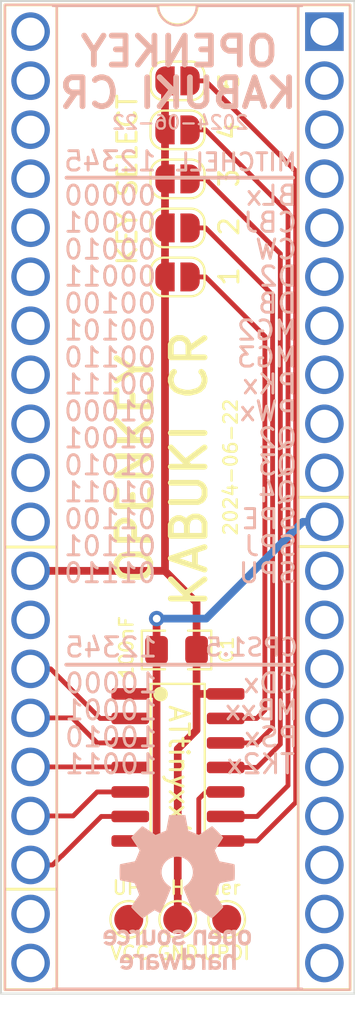
<source format=kicad_pcb>
(kicad_pcb (version 20240108) (generator "pcbnew") (generator_version "8.0")
  (layers (0 "F.Cu" signal) (31 "B.Cu" signal) (34 "B.Paste" user) (35 "F.Paste" user) (36 "B.SilkS" user "B.Silkscreen") (37 "F.SilkS" user "F.Silkscreen") (38 "B.Mask" user) (39 "F.Mask" user) (44 "Edge.Cuts" user))
  (property "REV" "2024-06-22")
  (net 0 "")
  (net 1 "VCC")
  (net 2 "GND")
  (net 36 "/UPDI")
  (net 37 "/SW1-1")
  (net 38 "/SW1-2")
  (net 39 "/SW1-3")
  (net 40 "/SW1-4")
  (net 41 "/SW1-5")
  (net 42 "/BUSACK")
  (net 43 "/WAIT")
  (net 44 "/BUSREQ")
  (net 45 "/RESET")
  (net 46 "/M1")
  (footprint "openkey:SOIC-14_3.9x8.7mm_P1.27mm" (layer "F.Cu") (at 142.4036 99.1266)
    (property "Reference" "U1" (hide yes))
    (property "Value" "ATtinyxx4" (at 0.0506 0.2336 -90) (layer "F.SilkS"))
    (pad "1" smd roundrect (at -2.475 -3.81) (size 1.95 0.6) (layers "F.Cu" "F.Paste" "F.Mask") (net 1 "VCC"))
    (pad "2" smd roundrect (at -2.475 -2.54) (size 1.95 0.6) (layers "F.Cu" "F.Paste" "F.Mask") (net 46 "/M1"))
    (pad "3" smd roundrect (at -2.475 -1.27) (size 1.95 0.6) (layers "F.Cu" "F.Paste" "F.Mask") (net 45 "/RESET"))
    (pad "4" smd roundrect (at -2.475 0) (size 1.95 0.6) (layers "F.Cu" "F.Paste" "F.Mask") (net 44 "/BUSREQ"))
    (pad "5" smd roundrect (at -2.475 1.27) (size 1.95 0.6) (layers "F.Cu" "F.Paste" "F.Mask") (net 43 "/WAIT"))
    (pad "6" smd roundrect (at -2.475 2.54) (size 1.95 0.6) (layers "F.Cu" "F.Paste" "F.Mask") (net 42 "/BUSACK"))
    (pad "7" smd roundrect (at -2.475 3.81) (size 1.95 0.6) (layers "F.Cu" "F.Paste" "F.Mask"))
    (pad "8" smd roundrect (at 2.475 3.81) (size 1.95 0.6) (layers "F.Cu" "F.Paste" "F.Mask") (net 41 "/SW1-5"))
    (pad "9" smd roundrect (at 2.475 2.54) (size 1.95 0.6) (layers "F.Cu" "F.Paste" "F.Mask") (net 40 "/SW1-4"))
    (pad "10" smd roundrect (at 2.475 1.27) (size 1.95 0.6) (layers "F.Cu" "F.Paste" "F.Mask") (net 36 "/UPDI"))
    (pad "11" smd roundrect (at 2.475 0) (size 1.95 0.6) (layers "F.Cu" "F.Paste" "F.Mask") (net 39 "/SW1-3"))
    (pad "12" smd roundrect (at 2.475 -1.27) (size 1.95 0.6) (layers "F.Cu" "F.Paste" "F.Mask") (net 38 "/SW1-2"))
    (pad "13" smd roundrect (at 2.475 -2.54) (size 1.95 0.6) (layers "F.Cu" "F.Paste" "F.Mask") (net 37 "/SW1-1"))
    (pad "14" smd roundrect (at 2.475 -3.81) (size 1.95 0.6) (layers "F.Cu" "F.Paste" "F.Mask") (net 2 "GND"))
  )
  (footprint "Jumper:SolderJumper-2_P1.3mm_Open_RoundedPad1.0x1.5mm" (layer "F.Cu") (at 142.382 63.5508 180)
    (property "Reference" "JP5" (hide yes))
    (property "Value" "SolderJumper_2_Open" (hide yes))
    (pad "1" smd custom (at -0.65 0 180) (size 1 0.5) (layers "F.Cu" "F.Mask") (net 41 "/SW1-5") (options (clearance outline) (anchor rect)) (primitives (gr_circle (center 0 0.25) (end 0.5 0.25) (width 0) (fill yes)) (gr_circle (center 0 -0.25) (end 0.5 -0.25) (width 0) (fill yes)) (gr_poly (pts (xy 0.5 0.75) (xy 0 0.75) (xy 0 -0.75) (xy 0.5 -0.75)) (width 0) (fill yes))))
    (pad "2" smd custom (at 0.65 0 180) (size 1 0.5) (layers "F.Cu" "F.Mask") (net 2 "GND") (options (clearance outline) (anchor rect)) (primitives (gr_circle (center 0 0.25) (end 0.5 0.25) (width 0) (fill yes)) (gr_circle (center 0 -0.25) (end 0.5 -0.25) (width 0) (fill yes)) (gr_poly (pts (xy 0 0.75) (xy -0.5 0.75) (xy -0.5 -0.75) (xy 0 -0.75)) (width 0) (fill yes))))
  )
  (footprint "openkey:C_0805_2012Metric_Pad1.18x1.45mm_HandSolder" (layer "F.Cu") (at 142.3317 93.0402)
    (property "Reference" "C1" (at 2.5975 -0.005 90) (layer "F.SilkS") (effects (font (size 0.7 0.7) (thickness 0.12))))
    (property "Value" "100nF" (at -2.6025 -0.13 90) (layer "F.SilkS") (effects (font (size 0.7 0.7) (thickness 0.12))))
    (pad "1" smd roundrect (at -1.0375 0) (size 1.175 1.45) (layers "F.Cu" "F.Paste" "F.Mask") (roundrect_rratio 0.212766) (net 1 "VCC"))
    (pad "2" smd roundrect (at 1.0375 0) (size 1.175 1.45) (layers "F.Cu" "F.Paste" "F.Mask") (roundrect_rratio 0.212766) (net 2 "GND"))
  )
  (footprint "Jumper:SolderJumper-2_P1.3mm_Open_RoundedPad1.0x1.5mm" (layer "F.Cu") (at 142.382 68.6308 180)
    (property "Reference" "JP3" (hide yes))
    (property "Value" "SolderJumper_2_Open" (hide yes))
    (pad "1" smd custom (at -0.65 0 180) (size 1 0.5) (layers "F.Cu" "F.Mask") (net 39 "/SW1-3") (options (clearance outline) (anchor rect)) (primitives (gr_circle (center 0 0.25) (end 0.5 0.25) (width 0) (fill yes)) (gr_circle (center 0 -0.25) (end 0.5 -0.25) (width 0) (fill yes)) (gr_poly (pts (xy 0.5 0.75) (xy 0 0.75) (xy 0 -0.75) (xy 0.5 -0.75)) (width 0) (fill yes))))
    (pad "2" smd custom (at 0.65 0 180) (size 1 0.5) (layers "F.Cu" "F.Mask") (net 2 "GND") (options (clearance outline) (anchor rect)) (primitives (gr_circle (center 0 0.25) (end 0.5 0.25) (width 0) (fill yes)) (gr_circle (center 0 -0.25) (end 0.5 -0.25) (width 0) (fill yes)) (gr_poly (pts (xy 0 0.75) (xy -0.5 0.75) (xy -0.5 -0.75) (xy 0 -0.75)) (width 0) (fill yes))))
  )
  (footprint "TestPoint:TestPoint_Pad_D1.5mm" (layer "F.Cu") (at 142.3924 107 90)
    (property "Reference" "J3" (hide yes))
    (property "Value" "GND")
    (pad "1" smd circle (at 0 0 90) (size 1.5 1.5) (layers "F.Cu" "F.Mask") (net 2 "GND"))
  )
  (footprint "Jumper:SolderJumper-2_P1.3mm_Open_RoundedPad1.0x1.5mm" (layer "F.Cu") (at 142.382 73.7108 180)
    (property "Reference" "JP1" (hide yes))
    (property "Value" "SolderJumper_2_Open" (hide yes))
    (pad "1" smd custom (at -0.65 0 180) (size 1 0.5) (layers "F.Cu" "F.Mask") (net 37 "/SW1-1") (options (clearance outline) (anchor rect)) (primitives (gr_circle (center 0 0.25) (end 0.5 0.25) (width 0) (fill yes)) (gr_circle (center 0 -0.25) (end 0.5 -0.25) (width 0) (fill yes)) (gr_poly (pts (xy 0.5 0.75) (xy 0 0.75) (xy 0 -0.75) (xy 0.5 -0.75)) (width 0) (fill yes))))
    (pad "2" smd custom (at 0.65 0 180) (size 1 0.5) (layers "F.Cu" "F.Mask") (net 2 "GND") (options (clearance outline) (anchor rect)) (primitives (gr_circle (center 0 0.25) (end 0.5 0.25) (width 0) (fill yes)) (gr_circle (center 0 -0.25) (end 0.5 -0.25) (width 0) (fill yes)) (gr_poly (pts (xy 0 0.75) (xy -0.5 0.75) (xy -0.5 -0.75) (xy 0 -0.75)) (width 0) (fill yes))))
  )
  (footprint "Jumper:SolderJumper-2_P1.3mm_Open_RoundedPad1.0x1.5mm" (layer "F.Cu") (at 142.382 66.0908 180)
    (property "Reference" "JP4" (hide yes))
    (property "Value" "SolderJumper_2_Open" (hide yes))
    (pad "1" smd custom (at -0.65 0 180) (size 1 0.5) (layers "F.Cu" "F.Mask") (net 40 "/SW1-4") (options (clearance outline) (anchor rect)) (primitives (gr_circle (center 0 0.25) (end 0.5 0.25) (width 0) (fill yes)) (gr_circle (center 0 -0.25) (end 0.5 -0.25) (width 0) (fill yes)) (gr_poly (pts (xy 0.5 0.75) (xy 0 0.75) (xy 0 -0.75) (xy 0.5 -0.75)) (width 0) (fill yes))))
    (pad "2" smd custom (at 0.65 0 180) (size 1 0.5) (layers "F.Cu" "F.Mask") (net 2 "GND") (options (clearance outline) (anchor rect)) (primitives (gr_circle (center 0 0.25) (end 0.5 0.25) (width 0) (fill yes)) (gr_circle (center 0 -0.25) (end 0.5 -0.25) (width 0) (fill yes)) (gr_poly (pts (xy 0 0.75) (xy -0.5 0.75) (xy -0.5 -0.75) (xy 0 -0.75)) (width 0) (fill yes))))
  )
  (footprint "TestPoint:TestPoint_Pad_D1.5mm" (layer "F.Cu") (at 144.9324 107 90)
    (property "Reference" "J4" (hide yes))
    (property "Value" "J5 / UDPI")
    (pad "1" smd circle (at 0 0 90) (size 1.5 1.5) (layers "F.Cu" "F.Mask") (net 36 "/UPDI"))
  )
  (footprint "Jumper:SolderJumper-2_P1.3mm_Open_RoundedPad1.0x1.5mm" (layer "F.Cu") (at 142.382 71.1708 180)
    (property "Reference" "JP2" (hide yes))
    (property "Value" "SolderJumper_2_Open" (hide yes))
    (pad "1" smd custom (at -0.65 0 180) (size 1 0.5) (layers "F.Cu" "F.Mask") (net 38 "/SW1-2") (options (clearance outline) (anchor rect)) (primitives (gr_circle (center 0 0.25) (end 0.5 0.25) (width 0) (fill yes)) (gr_circle (center 0 -0.25) (end 0.5 -0.25) (width 0) (fill yes)) (gr_poly (pts (xy 0.5 0.75) (xy 0 0.75) (xy 0 -0.75) (xy 0.5 -0.75)) (width 0) (fill yes))))
    (pad "2" smd custom (at 0.65 0 180) (size 1 0.5) (layers "F.Cu" "F.Mask") (net 2 "GND") (options (clearance outline) (anchor rect)) (primitives (gr_circle (center 0 0.25) (end 0.5 0.25) (width 0) (fill yes)) (gr_circle (center 0 -0.25) (end 0.5 -0.25) (width 0) (fill yes)) (gr_poly (pts (xy 0 0.75) (xy -0.5 0.75) (xy -0.5 -0.75) (xy 0 -0.75)) (width 0) (fill yes))))
  )
  (footprint "TestPoint:TestPoint_Pad_D1.5mm" (layer "F.Cu") (at 139.8524 107 90)
    (property "Reference" "J2" (hide yes))
    (property "Value" "VCC")
    (pad "1" smd circle (at 0 0 90) (size 1.5 1.5) (layers "F.Cu" "F.Mask") (net 1 "VCC"))
  )
  (footprint "openkey:DIP-40_W15.24mm_Socket_Wide_Holes" (layer "B.Cu") (at 150 61 180)
    (property "Reference" "U2" (hide yes))
    (property "Value" "KABUKICPU")
    (pad "1" thru_hole rect (at 0 0 180) (size 2 2) (drill 1.45) (layers "*.Cu" "*.Mask"))
    (pad "2" thru_hole oval (at 0 -2.54 180) (size 2 2) (drill 1.45) (layers "*.Cu" "*.Mask"))
    (pad "3" thru_hole oval (at 0 -5.08 180) (size 2 2) (drill 1.45) (layers "*.Cu" "*.Mask"))
    (pad "4" thru_hole oval (at 0 -7.62 180) (size 2 2) (drill 1.45) (layers "*.Cu" "*.Mask"))
    (pad "5" thru_hole oval (at 0 -10.16 180) (size 2 2) (drill 1.45) (layers "*.Cu" "*.Mask"))
    (pad "6" thru_hole oval (at 0 -12.7 180) (size 2 2) (drill 1.45) (layers "*.Cu" "*.Mask"))
    (pad "7" thru_hole oval (at 0 -15.24 180) (size 2 2) (drill 1.45) (layers "*.Cu" "*.Mask"))
    (pad "8" thru_hole oval (at 0 -17.78 180) (size 2 2) (drill 1.45) (layers "*.Cu" "*.Mask"))
    (pad "9" thru_hole oval (at 0 -20.32 180) (size 2 2) (drill 1.45) (layers "*.Cu" "*.Mask"))
    (pad "10" thru_hole oval (at 0 -22.86 180) (size 2 2) (drill 1.45) (layers "*.Cu" "*.Mask"))
    (pad "11" thru_hole oval (at 0 -25.4 180) (size 2 2) (drill 1.45) (layers "*.Cu" "*.Mask") (net 1 "VCC"))
    (pad "12" thru_hole oval (at 0 -27.94 180) (size 2 2) (drill 1.45) (layers "*.Cu" "*.Mask"))
    (pad "13" thru_hole oval (at 0 -30.48 180) (size 2 2) (drill 1.45) (layers "*.Cu" "*.Mask"))
    (pad "14" thru_hole oval (at 0 -33.02 180) (size 2 2) (drill 1.45) (layers "*.Cu" "*.Mask"))
    (pad "15" thru_hole oval (at 0 -35.56 180) (size 2 2) (drill 1.45) (layers "*.Cu" "*.Mask"))
    (pad "16" thru_hole oval (at 0 -38.1 180) (size 2 2) (drill 1.45) (layers "*.Cu" "*.Mask"))
    (pad "17" thru_hole oval (at 0 -40.64 180) (size 2 2) (drill 1.45) (layers "*.Cu" "*.Mask"))
    (pad "18" thru_hole oval (at 0 -43.18 180) (size 2 2) (drill 1.45) (layers "*.Cu" "*.Mask"))
    (pad "19" thru_hole oval (at 0 -45.72 180) (size 2 2) (drill 1.45) (layers "*.Cu" "*.Mask"))
    (pad "20" thru_hole oval (at 0 -48.26 180) (size 2 2) (drill 1.45) (layers "*.Cu" "*.Mask"))
    (pad "21" thru_hole oval (at 15.24 -48.26 180) (size 2 2) (drill 1.45) (layers "*.Cu" "*.Mask"))
    (pad "22" thru_hole oval (at 15.24 -45.72 180) (size 2 2) (drill 1.45) (layers "*.Cu" "*.Mask"))
    (pad "23" thru_hole oval (at 15.24 -43.18 180) (size 2 2) (drill 1.45) (layers "*.Cu" "*.Mask") (net 42 "/BUSACK"))
    (pad "24" thru_hole oval (at 15.24 -40.64 180) (size 2 2) (drill 1.45) (layers "*.Cu" "*.Mask") (net 43 "/WAIT"))
    (pad "25" thru_hole oval (at 15.24 -38.1 180) (size 2 2) (drill 1.45) (layers "*.Cu" "*.Mask") (net 44 "/BUSREQ"))
    (pad "26" thru_hole oval (at 15.24 -35.56 180) (size 2 2) (drill 1.45) (layers "*.Cu" "*.Mask") (net 45 "/RESET"))
    (pad "27" thru_hole oval (at 15.24 -33.02 180) (size 2 2) (drill 1.45) (layers "*.Cu" "*.Mask") (net 46 "/M1"))
    (pad "28" thru_hole oval (at 15.24 -30.48 180) (size 2 2) (drill 1.45) (layers "*.Cu" "*.Mask"))
    (pad "29" thru_hole oval (at 15.24 -27.94 180) (size 2 2) (drill 1.45) (layers "*.Cu" "*.Mask") (net 2 "GND"))
    (pad "30" thru_hole oval (at 15.24 -25.4 180) (size 2 2) (drill 1.45) (layers "*.Cu" "*.Mask"))
    (pad "31" thru_hole oval (at 15.24 -22.86 180) (size 2 2) (drill 1.45) (layers "*.Cu" "*.Mask"))
    (pad "32" thru_hole oval (at 15.24 -20.32 180) (size 2 2) (drill 1.45) (layers "*.Cu" "*.Mask"))
    (pad "33" thru_hole oval (at 15.24 -17.78 180) (size 2 2) (drill 1.45) (layers "*.Cu" "*.Mask"))
    (pad "34" thru_hole oval (at 15.24 -15.24 180) (size 2 2) (drill 1.45) (layers "*.Cu" "*.Mask"))
    (pad "35" thru_hole oval (at 15.24 -12.7 180) (size 2 2) (drill 1.45) (layers "*.Cu" "*.Mask"))
    (pad "36" thru_hole oval (at 15.24 -10.16 180) (size 2 2) (drill 1.45) (layers "*.Cu" "*.Mask"))
    (pad "37" thru_hole oval (at 15.24 -7.62 180) (size 2 2) (drill 1.45) (layers "*.Cu" "*.Mask"))
    (pad "38" thru_hole oval (at 15.24 -5.08 180) (size 2 2) (drill 1.45) (layers "*.Cu" "*.Mask"))
    (pad "39" thru_hole oval (at 15.24 -2.54 180) (size 2 2) (drill 1.45) (layers "*.Cu" "*.Mask"))
    (pad "40" thru_hole oval (at 15.24 0 180) (size 2 2) (drill 1.45) (layers "*.Cu" "*.Mask"))
  )
  (footprint "Symbol:OSHW-Logo_7.5x8mm_SilkScreen" (layer "B.Cu") (at 142.375 105.6 180)
    (property "Reference" "REF**" (hide yes))
    (property "Value" "OSHW-Logo_7.5x8mm_SilkScreen" (hide yes))
  )
  (gr_line (start 136.6114 93.8022) (end 148.3614 93.8022) (stroke (width 0.2)) (layer "B.SilkS"))
  (gr_line (start 136.625 68.5664) (end 148.375 68.5664) (stroke (width 0.2)) (layer "B.SilkS"))
  (gr_line (start 148.6408 110.6424) (end 148.6408 59.6138) (stroke (width 0.15)) (layer "F.SilkS"))
  (gr_line (start 133.4262 59.6138) (end 133.4262 110.6424) (stroke (width 0.15)) (layer "F.SilkS"))
  (gr_line (start 133.4262 87.7062) (end 136.1186 87.7062) (stroke (width 0.15)) (layer "F.SilkS"))
  (gr_line (start 133.4262 105.4354) (end 136.1186 105.4354) (stroke (width 0.15)) (layer "F.SilkS"))
  (gr_line (start 148.6408 85.1281) (end 151.3332 85.1281) (stroke (width 0.15)) (layer "F.SilkS"))
  (gr_line (start 136.1186 59.6138) (end 136.1186 110.6424) (stroke (width 0.15)) (layer "F.SilkS"))
  (gr_line (start 148.6408 87.6808) (end 151.3078 87.6808) (stroke (width 0.15)) (layer "F.SilkS"))
  (gr_arc (start 143.4084 59.6138) (mid 142.3797 60.6425) (end 141.351 59.6138) (stroke (width 0.15)) (layer "F.SilkS"))
  (gr_line (start 151.3332 110.6424) (end 151.3332 59.6138) (stroke (width 0.15)) (layer "F.SilkS"))
  (gr_line (start 151.3332 59.6138) (end 133.4262 59.6138) (stroke (width 0.15)) (layer "F.SilkS"))
  (gr_line (start 133.4262 110.6424) (end 151.3332 110.6424) (stroke (width 0.15)) (layer "F.SilkS"))
  (gr_line (start 151.5618 59.4106) (end 151.5618 110.8456) (stroke (width 0.1)) (layer "Edge.Cuts"))
  (gr_line (start 151.5618 110.8456) (end 133.223 110.8456) (stroke (width 0.1)) (layer "Edge.Cuts"))
  (gr_line (start 133.223 110.8456) (end 133.223 59.4106) (stroke (width 0.1)) (layer "Edge.Cuts"))
  (gr_line (start 133.223 59.4106) (end 151.5618 59.4106) (stroke (width 0.1)) (layer "Edge.Cuts"))
  (gr_text "OPENKEY" (at 142.47 62.0264 0) (layer "B.SilkS") (effects (font (size 1.5 1.5) (thickness 0.3)) (justify mirror)))
  (gr_text "CW" (at 148.6662 72.288 0) (layer "B.SilkS") (effects (font (size 1 1)) (justify left mirror)))
  (gr_text "Q4" (at 148.6662 84.861 0) (layer "B.SilkS") (effects (font (size 1 1)) (justify left mirror)))
  (gr_text "SPE" (at 148.6662 86.258 0) (layer "B.SilkS") (effects (font (size 1 1)) (justify left mirror)))
  (gr_text "SPU" (at 148.6662 89.052 0) (layer "B.SilkS") (effects (font (size 1 1)) (justify left mirror)))
  (gr_text "01000" (at 138.8872 80.67 0) (layer "B.SilkS") (effects (font (size 1 1)) (justify mirror)))
  (gr_text "00101" (at 138.8872 76.479 0) (layer "B.SilkS") (effects (font (size 1 1)) (justify mirror)))
  (gr_text "12345" (at 138.938 92.9022 0) (layer "B.SilkS") (effects (font (size 1 1)) (justify mirror)))
  (gr_text "00010" (at 138.8872 72.288 0) (layer "B.SilkS") (effects (font (size 1 1)) (justify mirror)))
  (gr_text "01010" (at 138.8872 83.464 0) (layer "B.SilkS") (effects (font (size 1 1)) (justify mirror)))
  (gr_text "MBxx" (at 148.717 96.1602 0) (layer "B.SilkS") (effects (font (size 1 1)) (justify left mirror)))
  (gr_text "12345" (at 138.8872 67.7164 0) (layer "B.SilkS") (effects (font (size 1 1)) (justify mirror)))
  (gr_text "MG3" (at 148.6662 77.876 0) (layer "B.SilkS") (effects (font (size 1 1)) (justify left mirror)))
  (gr_text "PKx" (at 148.6662 79.273 0) (layer "B.SilkS") (effects (font (size 1 1)) (justify left mirror)))
  (gr_text "00111" (at 138.8872 79.273 0) (layer "B.SilkS") (effects (font (size 1 1)) (justify mirror)))
  (gr_text "00011" (at 138.8872 73.685 0) (layer "B.SilkS") (effects (font (size 1 1)) (justify mirror)))
  (gr_text "01100" (at 138.8872 86.258 0) (layer "B.SilkS") (effects (font (size 1 1)) (justify mirror)))
  (gr_text "${REV}" (at 142.52 65.7064 0) (layer "B.SilkS") (effects (font (size 0.7 0.7) (thickness 0.12)) (justify mirror)))
  (gr_text "MITCHELL" (at 148.65 67.7664 0) (layer "B.SilkS") (effects (font (size 0.9 0.9)) (justify left mirror)))
  (gr_text "10011" (at 138.938 98.9542 0) (layer "B.SilkS") (effects (font (size 1 1)) (justify mirror)))
  (gr_text "01001" (at 138.8872 82.067 0) (layer "B.SilkS") (effects (font (size 1 1)) (justify mirror)))
  (gr_text "CBJ" (at 148.6662 70.891 0) (layer "B.SilkS") (effects (font (size 1 1)) (justify left mirror)))
  (gr_text "Q2" (at 148.6662 82.067 0) (layer "B.SilkS") (effects (font (size 1 1)) (justify left mirror)))
  (gr_text "MG2" (at 148.6662 76.479 0) (layer "B.SilkS") (effects (font (size 1 1)) (justify left mirror)))
  (gr_text "TK2x" (at 148.5646 98.9542 0) (layer "B.SilkS") (effects (font (size 1 1)) (justify left mirror)))
  (gr_text "00001" (at 138.8872 70.891 0) (layer "B.SilkS") (effects (font (size 1 1)) (justify mirror)))
  (gr_text "10010" (at 138.938 97.5572 0) (layer "B.SilkS") (effects (font (size 1 1)) (justify mirror)))
  (gr_text "CDx" (at 148.717 94.7632 0) (layer "B.SilkS") (effects (font (size 1 1)) (justify left mirror)))
  (gr_text "D2" (at 148.6662 73.685 0) (layer "B.SilkS") (effects (font (size 1 1)) (justify left mirror)))
  (gr_text "PSx" (at 148.717 97.5572 0) (layer "B.SilkS") (effects (font (size 1 1)) (justify left mirror)))
  (gr_text "00000" (at 138.8872 69.494 0) (layer "B.SilkS") (effects (font (size 1 1)) (justify mirror)))
  (gr_text "DB" (at 148.6662 75.082 0) (layer "B.SilkS") (effects (font (size 1 1)) (justify left mirror)))
  (gr_text "PWx" (at 148.6662 80.67 0) (layer "B.SilkS") (effects (font (size 1 1)) (justify left mirror)))
  (gr_text "BLx" (at 148.6662 69.494 0) (layer "B.SilkS") (effects (font (size 1 1)) (justify left mirror)))
  (gr_text "Q3" (at 148.6662 83.464 0) (layer "B.SilkS") (effects (font (size 1 1)) (justify left mirror)))
  (gr_text "KABUKI CR" (at 142.4178 64.1854 0) (layer "B.SilkS") (effects (font (size 1.5 1.5) (thickness 0.3)) (justify mirror)))
  (gr_text "00100" (at 138.8872 75.082 0) (layer "B.SilkS") (effects (font (size 1 1)) (justify mirror)))
  (gr_text "CPS1.5" (at 148.717 92.9022 0) (layer "B.SilkS") (effects (font (size 0.9 0.9)) (justify left mirror)))
  (gr_text "01101" (at 138.8872 87.655 0) (layer "B.SilkS") (effects (font (size 1 1)) (justify mirror)))
  (gr_text "10000" (at 138.938 94.7632 0) (layer "B.SilkS") (effects (font (size 1 1)) (justify mirror)))
  (gr_text "SPJ" (at 148.6662 87.655 0) (layer "B.SilkS") (effects (font (size 1 1)) (justify left mirror)))
  (gr_text "10001" (at 138.938 96.1602 0) (layer "B.SilkS") (effects (font (size 1 1)) (justify mirror)))
  (gr_text "00110" (at 138.8872 77.876 0) (layer "B.SilkS") (effects (font (size 1 1)) (justify mirror)))
  (gr_text "01110" (at 138.8872 89.052 0) (layer "B.SilkS") (effects (font (size 1 1)) (justify mirror)))
  (gr_text "01011" (at 138.8872 84.861 0) (layer "B.SilkS") (effects (font (size 1 1)) (justify mirror)))
  (gr_text "OPENKEY\nKABUKI CR" (at 141.5796 83.6676 90) (layer "F.SilkS") (effects (font (size 1.75 1.75) (thickness 0.3))))
  (gr_text "GND" (at 142.401 108.7374 0) (layer "F.SilkS") (effects (font (size 0.7 0.7) (thickness 0.12))))
  (gr_text "UPDI Header" (at 142.3356 105.3592 0) (layer "F.SilkS") (effects (font (size 0.7 0.7) (thickness 0.12))))
  (gr_text "KEY SELECT" (at 140.3604 73.2028 90) (layer "F.SilkS") (effects (font (size 1 1)) (justify left bottom)))
  (gr_text "${REV}" (at 145.1356 83.566 90) (layer "F.SilkS") (effects (font (size 0.7 0.7) (thickness 0.12))))
  (gr_text "VCC" (at 139.901 108.7374 0) (layer "F.SilkS") (effects (font (size 0.7 0.7) (thickness 0.12))))
  (gr_text "UPDI" (at 144.901 108.7374 0) (layer "F.SilkS") (effects (font (size 0.7 0.7) (thickness 0.12))))
  (gr_text "5" (at 145.0594 63.5762 90) (layer "F.SilkS") (effects (font (size 1 1))))
  (gr_text "1" (at 145.0594 73.6854 90) (layer "F.SilkS") (effects (font (size 1 1))))
  (gr_text "2" (at 145.0594 71.0946 90) (layer "F.SilkS") (effects (font (size 1 1))))
  (gr_text "3" (at 145.0594 68.58 90) (layer "F.SilkS") (effects (font (size 1 1))))
  (gr_text "4" (at 145.0594 66.1416 90) (layer "F.SilkS") (effects (font (size 1 1))))
  (segment (start 141.2942 93.0402) (end 141.2942 94.9706) (width 0.4) (layer "F.Cu") (net 1))
  (segment (start 141.2942 91.4206) (end 141.2942 93.0402) (width 0.4) (layer "F.Cu") (net 1))
  (segment (start 141.2942 94.9706) (end 141.2942 105.5582) (width 0.4) (layer "F.Cu") (net 1))
  (segment (start 141.3002 91.4146) (end 141.2942 91.4206) (width 0.25) (layer "F.Cu") (net 1))
  (segment (start 141.2022 95.3166) (end 141.2942 95.2246) (width 0.25) (layer "F.Cu") (net 1))
  (segment (start 139.9286 95.3166) (end 141.2022 95.3166) (width 0.4) (layer "F.Cu") (net 1))
  (segment (start 141.2942 105.5582) (end 139.8524 107) (width 0.4) (layer "F.Cu") (net 1))
  (via (at 141.3002 91.4146) (size 0.8) (drill 0.4) (layers "F.Cu" "B.Cu") (net 1))
  (segment (start 141.3002 91.4146) (end 141.2748 91.44) (width 0.25) (layer "B.Cu") (net 1))
  (segment (start 148.8802 86.4) (end 143.8656 91.4146) (width 0.4) (layer "B.Cu") (net 1))
  (segment (start 143.8656 91.4146) (end 143.3322 91.4146) (width 0.4) (layer "B.Cu") (net 1))
  (segment (start 143.3322 91.4146) (end 141.3002 91.4146) (width 0.4) (layer "B.Cu") (net 1))
  (segment (start 150 86.4) (end 148.8802 86.4) (width 0.4) (layer "B.Cu") (net 1))
  (segment (start 141.732 63.5508) (end 141.732 66.0908) (width 0.4) (layer "F.Cu") (net 2))
  (segment (start 141.732 66.0908) (end 141.732 68.6308) (width 0.4) (layer "F.Cu") (net 2))
  (segment (start 143.3692 90.588) (end 143.3692 93.0402) (width 0.4) (layer "F.Cu") (net 2))
  (segment (start 134.76 88.94) (end 141.7212 88.94) (width 0.4) (layer "F.Cu") (net 2))
  (segment (start 141.732 88.9508) (end 143.3692 90.588) (width 0.4) (layer "F.Cu") (net 2))
  (segment (start 143.3692 97.1942) (end 143.3692 95.2246) (width 0.4) (layer "F.Cu") (net 2))
  (segment (start 142.3924 98.171) (end 143.3692 97.1942) (width 0.4) (layer "F.Cu") (net 2))
  (segment (start 142.3924 107) (end 142.3924 98.171) (width 0.4) (layer "F.Cu") (net 2))
  (segment (start 141.732 71.1708) (end 141.732 73.7108) (width 0.4) (layer "F.Cu") (net 2))
  (segment (start 141.732 73.7108) (end 141.732 88.9508) (width 0.4) (layer "F.Cu") (net 2))
  (segment (start 141.7212 88.94) (end 141.732 88.9508) (width 0.25) (layer "F.Cu") (net 2))
  (segment (start 141.732 68.6308) (end 141.732 71.1708) (width 0.4) (layer "F.Cu") (net 2))
  (segment (start 143.3692 93.0402) (end 143.3692 95.2246) (width 0.4) (layer "F.Cu") (net 2))
  (segment (start 144.8786 95.3166) (end 143.4612 95.3166) (width 0.4) (layer "F.Cu") (net 2))
  (segment (start 143.4612 95.3166) (end 143.3692 95.2246) (width 0.25) (layer "F.Cu") (net 2))
  (segment (start 144.9324 107) (end 143.4846 105.5522) (width 0.25) (layer "F.Cu") (net 36))
  (segment (start 143.8498 100.3966) (end 144.8786 100.3966) (width 0.25) (layer "F.Cu") (net 36))
  (segment (start 143.4846 105.5522) (end 143.4846 100.7618) (width 0.25) (layer "F.Cu") (net 36))
  (segment (start 143.4846 100.7618) (end 143.8498 100.3966) (width 0.25) (layer "F.Cu") (net 36))
  (segment (start 146.4854 96.5866) (end 146.9138 96.1582) (width 0.25) (layer "F.Cu") (net 37))
  (segment (start 146.9138 76.7844) (end 143.8402 73.7108) (width 0.25) (layer "F.Cu") (net 37))
  (segment (start 143.8402 73.7108) (end 143.032 73.7108) (width 0.25) (layer "F.Cu") (net 37))
  (segment (start 146.9138 96.1582) (end 146.9138 76.7844) (width 0.25) (layer "F.Cu") (net 37))
  (segment (start 144.8786 96.5866) (end 146.4854 96.5866) (width 0.25) (layer "F.Cu") (net 37))
  (segment (start 147.3138 74.6444) (end 143.8402 71.1708) (width 0.25) (layer "F.Cu") (net 38))
  (segment (start 144.8786 97.8566) (end 146.5108 97.8566) (width 0.25) (layer "F.Cu") (net 38))
  (segment (start 147.3138 97.0536) (end 147.3138 74.6444) (width 0.25) (layer "F.Cu") (net 38))
  (segment (start 143.8402 71.1708) (end 143.032 71.1708) (width 0.25) (layer "F.Cu") (net 38))
  (segment (start 146.5108 97.8566) (end 147.3138 97.0536) (width 0.25) (layer "F.Cu") (net 38))
  (segment (start 147.7138 72.5044) (end 143.8402 68.6308) (width 0.25) (layer "F.Cu") (net 39))
  (segment (start 144.8786 99.1266) (end 146.5108 99.1266) (width 0.25) (layer "F.Cu") (net 39))
  (segment (start 147.7138 97.9236) (end 147.7138 72.5044) (width 0.25) (layer "F.Cu") (net 39))
  (segment (start 143.8402 68.6308) (end 143.032 68.6308) (width 0.25) (layer "F.Cu") (net 39))
  (segment (start 146.5108 99.1266) (end 147.7138 97.9236) (width 0.25) (layer "F.Cu") (net 39))
  (segment (start 146.5108 101.6666) (end 148.1138 100.0636) (width 0.25) (layer "F.Cu") (net 40))
  (segment (start 143.8402 66.0908) (end 143.032 66.0908) (width 0.25) (layer "F.Cu") (net 40))
  (segment (start 144.8786 101.6666) (end 146.5108 101.6666) (width 0.25) (layer "F.Cu") (net 40))
  (segment (start 148.1138 100.0636) (end 148.1138 70.3644) (width 0.25) (layer "F.Cu") (net 40))
  (segment (start 148.1138 70.3644) (end 143.8402 66.0908) (width 0.25) (layer "F.Cu") (net 40))
  (segment (start 144.8786 102.9366) (end 146.5108 102.9366) (width 0.25) (layer "F.Cu") (net 41))
  (segment (start 146.5108 102.9366) (end 147.0406 102.4068) (width 0.25) (layer "F.Cu") (net 41))
  (segment (start 148.5138 100.9336) (end 148.5138 69.9262) (width 0.25) (layer "F.Cu") (net 41))
  (segment (start 147.0406 102.4068) (end 148.5138 100.9336) (width 0.25) (layer "F.Cu") (net 41))
  (segment (start 143.032 63.5508) (end 143.8402 63.5508) (width 0.25) (layer "F.Cu") (net 41))
  (segment (start 148.5138 69.9262) (end 148.5138 68.2244) (width 0.25) (layer "F.Cu") (net 41))
  (segment (start 143.8402 63.5508) (end 148.5138 68.2244) (width 0.25) (layer "F.Cu") (net 41))
  (segment (start 136.3726 103.7082) (end 135.9008 104.18) (width 0.25) (layer "F.Cu") (net 42))
  (segment (start 136.3884 103.7082) (end 136.3726 103.7082) (width 0.25) (layer "F.Cu") (net 42))
  (segment (start 139.9286 101.6666) (end 138.43 101.6666) (width 0.25) (layer "F.Cu") (net 42))
  (segment (start 135.9008 104.18) (end 134.76 104.18) (width 0.25) (layer "F.Cu") (net 42))
  (segment (start 138.43 101.6666) (end 136.3884 103.7082) (width 0.25) (layer "F.Cu") (net 42))
  (segment (start 136.9676 101.64) (end 134.76 101.64) (width 0.25) (layer "F.Cu") (net 43))
  (segment (start 138.211 100.3966) (end 136.9676 101.64) (width 0.25) (layer "F.Cu") (net 43))
  (segment (start 139.9286 100.3966) (end 138.211 100.3966) (width 0.25) (layer "F.Cu") (net 43))
  (segment (start 139.902 99.1) (end 139.9286 99.1266) (width 0.25) (layer "F.Cu") (net 44))
  (segment (start 134.76 99.1) (end 139.902 99.1) (width 0.25) (layer "F.Cu") (net 44))
  (segment (start 136.9206 96.56) (end 134.76 96.56) (width 0.25) (layer "F.Cu") (net 45))
  (segment (start 139.9286 97.8566) (end 138.2172 97.8566) (width 0.25) (layer "F.Cu") (net 45))
  (segment (start 138.2172 97.8566) (end 136.9206 96.56) (width 0.25) (layer "F.Cu") (net 45))
  (segment (start 138.3696 96.5866) (end 135.803 94.02) (width 0.25) (layer "F.Cu") (net 46))
  (segment (start 135.803 94.02) (end 134.76 94.02) (width 0.25) (layer "F.Cu") (net 46))
  (segment (start 139.9286 96.5866) (end 138.3696 96.5866) (width 0.25) (layer "F.Cu") (net 46))
)
</source>
